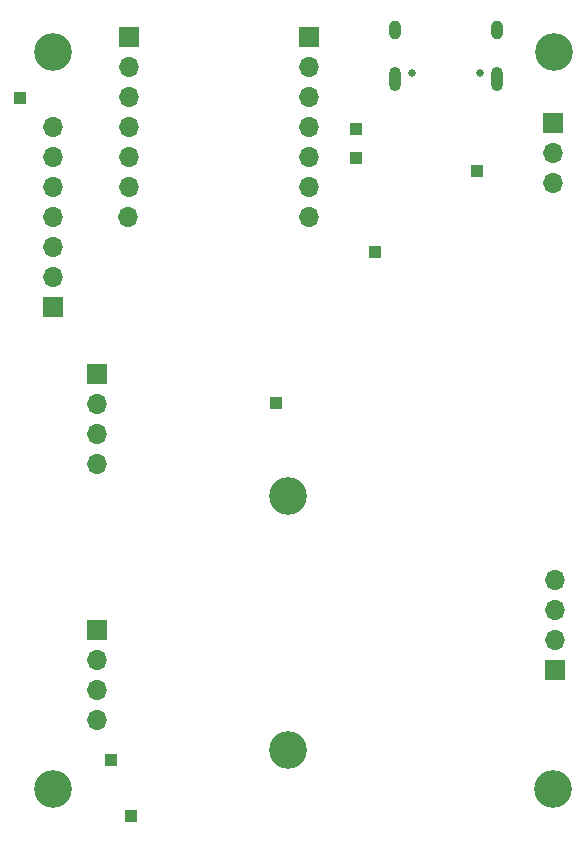
<source format=gbs>
%TF.GenerationSoftware,KiCad,Pcbnew,7.0.11-7.0.11~ubuntu22.04.1*%
%TF.CreationDate,2024-03-24T21:54:49+08:00*%
%TF.ProjectId,motor-controller-pcb,6d6f746f-722d-4636-9f6e-74726f6c6c65,2.1b2*%
%TF.SameCoordinates,Original*%
%TF.FileFunction,Soldermask,Bot*%
%TF.FilePolarity,Negative*%
%FSLAX46Y46*%
G04 Gerber Fmt 4.6, Leading zero omitted, Abs format (unit mm)*
G04 Created by KiCad (PCBNEW 7.0.11-7.0.11~ubuntu22.04.1) date 2024-03-24 21:54:49*
%MOMM*%
%LPD*%
G01*
G04 APERTURE LIST*
%ADD10R,1.700000X1.700000*%
%ADD11O,1.700000X1.700000*%
%ADD12C,3.200000*%
%ADD13R,1.000000X1.000000*%
%ADD14C,0.650000*%
%ADD15O,1.000000X2.100000*%
%ADD16O,1.000000X1.600000*%
G04 APERTURE END LIST*
D10*
%TO.C,J5*%
X150270000Y-69420000D03*
D11*
X150270000Y-71960000D03*
X150270000Y-74500000D03*
%TD*%
D12*
%TO.C,H5*%
X127860000Y-101020000D03*
%TD*%
D13*
%TO.C,TP3*%
X114580000Y-128080000D03*
%TD*%
%TO.C,TP1*%
X112850000Y-123310000D03*
%TD*%
D14*
%TO.C,J1*%
X144090000Y-65140000D03*
X138310000Y-65140000D03*
D15*
X145520000Y-65670000D03*
D16*
X145520000Y-61490000D03*
D15*
X136880000Y-65670000D03*
D16*
X136880000Y-61490000D03*
%TD*%
D13*
%TO.C,TP5*%
X143870000Y-73490000D03*
%TD*%
D10*
%TO.C,J2*%
X150420000Y-115710000D03*
D11*
X150420000Y-113170000D03*
X150420000Y-110630000D03*
X150420000Y-108090000D03*
%TD*%
D12*
%TO.C,H3*%
X107950000Y-125760000D03*
%TD*%
D13*
%TO.C,TP7*%
X135170000Y-80300000D03*
%TD*%
%TO.C,TP8*%
X133600000Y-72380000D03*
%TD*%
D12*
%TO.C,H1*%
X150328000Y-63385000D03*
%TD*%
%TO.C,H4*%
X150290000Y-125780000D03*
%TD*%
D10*
%TO.C,J6*%
X107940000Y-85010000D03*
D11*
X107940000Y-82470000D03*
X107940000Y-79930000D03*
X107940000Y-77390000D03*
X107940000Y-74850000D03*
X107940000Y-72310000D03*
X107940000Y-69770000D03*
%TD*%
D10*
%TO.C,U1*%
X114340000Y-62130000D03*
D11*
X114340000Y-64670000D03*
X114340000Y-67210000D03*
X114340000Y-69750000D03*
X114340000Y-72290000D03*
X114340000Y-74830000D03*
X114300000Y-77380000D03*
X129590000Y-77370000D03*
X129590000Y-74830000D03*
X129590000Y-72290000D03*
X129590000Y-69750000D03*
X129590000Y-67210000D03*
X129590000Y-64670000D03*
D10*
X129590000Y-62130000D03*
%TD*%
D13*
%TO.C,TP9*%
X126790000Y-93090000D03*
%TD*%
%TO.C,TP6*%
X133620000Y-69890000D03*
%TD*%
D12*
%TO.C,H6*%
X127820000Y-122460000D03*
%TD*%
%TO.C,H2*%
X107948000Y-63385000D03*
%TD*%
D10*
%TO.C,J4*%
X111690000Y-90680000D03*
D11*
X111690000Y-93220000D03*
X111690000Y-95760000D03*
X111690000Y-98300000D03*
%TD*%
D10*
%TO.C,J8*%
X111655000Y-112310000D03*
D11*
X111655000Y-114850000D03*
X111655000Y-117390000D03*
X111655000Y-119930000D03*
%TD*%
D13*
%TO.C,TP2*%
X105130000Y-67310000D03*
%TD*%
M02*

</source>
